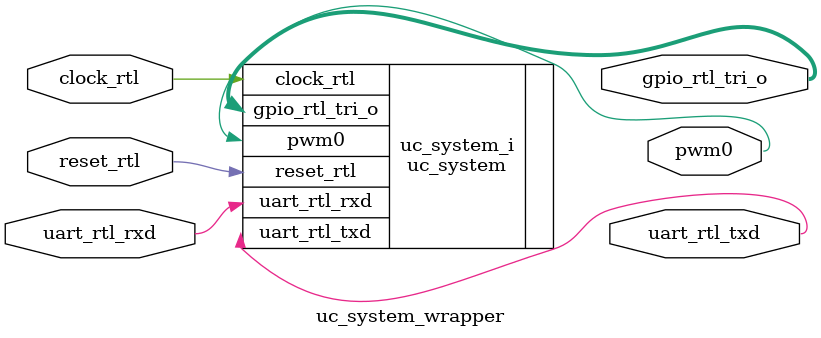
<source format=v>
`timescale 1 ps / 1 ps

module uc_system_wrapper
   (clock_rtl,
    gpio_rtl_tri_o,
    pwm0,
    reset_rtl,
    uart_rtl_rxd,
    uart_rtl_txd);
  input clock_rtl;
  output [15:0]gpio_rtl_tri_o;
  output pwm0;
  input reset_rtl;
  input uart_rtl_rxd;
  output uart_rtl_txd;

  wire clock_rtl;
  wire [15:0]gpio_rtl_tri_o;
  wire pwm0;
  wire reset_rtl;
  wire uart_rtl_rxd;
  wire uart_rtl_txd;

  uc_system uc_system_i
       (.clock_rtl(clock_rtl),
        .gpio_rtl_tri_o(gpio_rtl_tri_o),
        .pwm0(pwm0),
        .reset_rtl(reset_rtl),
        .uart_rtl_rxd(uart_rtl_rxd),
        .uart_rtl_txd(uart_rtl_txd));
endmodule

</source>
